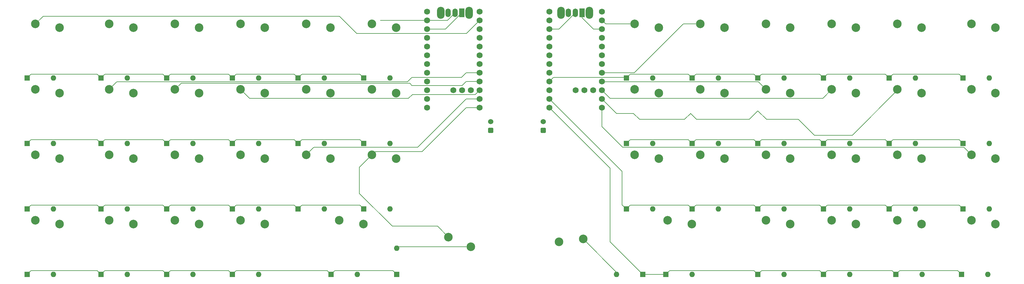
<source format=gbr>
%TF.GenerationSoftware,KiCad,Pcbnew,9.0.2+1*%
%TF.CreationDate,2025-09-15T00:12:33+02:00*%
%TF.ProjectId,first,66697273-742e-46b6-9963-61645f706362,rev?*%
%TF.SameCoordinates,Original*%
%TF.FileFunction,Copper,L1,Top*%
%TF.FilePolarity,Positive*%
%FSLAX46Y46*%
G04 Gerber Fmt 4.6, Leading zero omitted, Abs format (unit mm)*
G04 Created by KiCad (PCBNEW 9.0.2+1) date 2025-09-15 00:12:33*
%MOMM*%
%LPD*%
G01*
G04 APERTURE LIST*
G04 Aperture macros list*
%AMRoundRect*
0 Rectangle with rounded corners*
0 $1 Rounding radius*
0 $2 $3 $4 $5 $6 $7 $8 $9 X,Y pos of 4 corners*
0 Add a 4 corners polygon primitive as box body*
4,1,4,$2,$3,$4,$5,$6,$7,$8,$9,$2,$3,0*
0 Add four circle primitives for the rounded corners*
1,1,$1+$1,$2,$3*
1,1,$1+$1,$4,$5*
1,1,$1+$1,$6,$7*
1,1,$1+$1,$8,$9*
0 Add four rect primitives between the rounded corners*
20,1,$1+$1,$2,$3,$4,$5,0*
20,1,$1+$1,$4,$5,$6,$7,0*
20,1,$1+$1,$6,$7,$8,$9,0*
20,1,$1+$1,$8,$9,$2,$3,0*%
G04 Aperture macros list end*
%TA.AperFunction,ComponentPad*%
%ADD10C,1.752600*%
%TD*%
%TA.AperFunction,ComponentPad*%
%ADD11R,1.600000X1.600000*%
%TD*%
%TA.AperFunction,ComponentPad*%
%ADD12O,1.600000X1.600000*%
%TD*%
%TA.AperFunction,ComponentPad*%
%ADD13O,1.500000X2.500000*%
%TD*%
%TA.AperFunction,ComponentPad*%
%ADD14R,1.500000X2.500000*%
%TD*%
%TA.AperFunction,ComponentPad*%
%ADD15O,2.200000X3.500000*%
%TD*%
%TA.AperFunction,ComponentPad*%
%ADD16C,2.500000*%
%TD*%
%TA.AperFunction,ComponentPad*%
%ADD17C,1.524000*%
%TD*%
%TA.AperFunction,ComponentPad*%
%ADD18RoundRect,0.250000X-0.512000X0.512000X-0.512000X-0.512000X0.512000X-0.512000X0.512000X0.512000X0*%
%TD*%
%TA.AperFunction,Conductor*%
%ADD19C,0.200000*%
%TD*%
G04 APERTURE END LIST*
D10*
%TO.P,U1,1,1*%
%TO.N,unconnected-(U1-Pad1)*%
X144758750Y157020000D03*
%TO.P,U1,2,0*%
%TO.N,Col0 L*%
X144758750Y154480000D03*
%TO.P,U1,3,GND*%
%TO.N,unconnected-(U1-GND-Pad3)*%
X144758750Y151940000D03*
%TO.P,U1,4,GND*%
%TO.N,unconnected-(U1-GND-Pad4)*%
X144758750Y149400000D03*
%TO.P,U1,5,2*%
%TO.N,unconnected-(U1-2-Pad5)*%
X144758750Y146860000D03*
%TO.P,U1,6,3*%
%TO.N,unconnected-(U1-3-Pad6)*%
X144758750Y144320000D03*
%TO.P,U1,7,4*%
%TO.N,unconnected-(U1-4-Pad7)*%
X144758750Y141780000D03*
%TO.P,U1,8,5*%
%TO.N,Col1 L*%
X144758750Y139240000D03*
%TO.P,U1,9,6*%
%TO.N,Col2 L*%
X144758750Y136700000D03*
%TO.P,U1,10,7*%
%TO.N,Col3 L*%
X144758750Y134160000D03*
%TO.P,U1,11,8*%
%TO.N,Col4 L*%
X144758750Y131620000D03*
%TO.P,U1,12,9*%
%TO.N,Col5 L*%
X144758750Y129080000D03*
%TO.P,U1,13,10*%
%TO.N,raw3 L*%
X129518750Y129080000D03*
%TO.P,U1,14,16*%
%TO.N,raw2 L*%
X129518750Y131620000D03*
%TO.P,U1,15,14*%
%TO.N,raw1 L*%
X129518750Y134160000D03*
%TO.P,U1,16,15*%
%TO.N,raw0 L*%
X129518750Y136700000D03*
%TO.P,U1,17,18*%
%TO.N,unconnected-(U1-18-Pad17)*%
X129518750Y139240000D03*
%TO.P,U1,18,19*%
%TO.N,unconnected-(U1-19-Pad18)*%
X129518750Y141780000D03*
%TO.P,U1,19,20*%
%TO.N,unconnected-(U1-20-Pad19)*%
X129518750Y144320000D03*
%TO.P,U1,20,21*%
%TO.N,unconnected-(U1-21-Pad20)*%
X129518750Y146860000D03*
%TO.P,U1,21,3.3v*%
%TO.N,unconnected-(U1-3.3v-Pad21)*%
X129518750Y149400000D03*
%TO.P,U1,22,RST*%
%TO.N,Net-(U1-RST)*%
X129518750Y151940000D03*
%TO.P,U1,23,GND*%
%TO.N,GNDL*%
X129518750Y154480000D03*
%TO.P,U1,24,B+*%
%TO.N,Net-(BT1-+)*%
X129518750Y157020000D03*
%TO.P,U1,25,1*%
%TO.N,unconnected-(U1-1-Pad25)*%
X142218750Y134160000D03*
%TO.P,U1,26,2*%
%TO.N,unconnected-(U1-2-Pad26)*%
X139678750Y134160000D03*
%TO.P,U1,27,7*%
%TO.N,unconnected-(U1-7-Pad27)*%
X137138750Y134160000D03*
%TD*%
D11*
%TO.P,D36,1,K*%
%TO.N,raw2 R*%
X285020000Y99580000D03*
D12*
%TO.P,D36,2,A*%
%TO.N,Net-(D36-A)*%
X292640000Y99580000D03*
%TD*%
D13*
%TO.P,RstL1,3*%
%TO.N,N/C*%
X135638750Y156680000D03*
%TO.P,RstL1,2,2*%
%TO.N,GNDL*%
X137638750Y156680000D03*
D14*
%TO.P,RstL1,1,1*%
%TO.N,Net-(U1-RST)*%
X139638750Y156680000D03*
D15*
%TO.P,RstL1,*%
%TO.N,*%
X133538750Y156680000D03*
X141738750Y156680000D03*
%TD*%
D11*
%TO.P,D14,1,K*%
%TO.N,raw1 L*%
X34988750Y118630000D03*
D12*
%TO.P,D14,2,A*%
%TO.N,Net-(D14-A)*%
X42608750Y118630000D03*
%TD*%
D11*
%TO.P,D44,1,K*%
%TO.N,raw3 R*%
X198818750Y80530000D03*
D12*
%TO.P,D44,2,A*%
%TO.N,Net-(D44-A)*%
X206438750Y80530000D03*
%TD*%
D11*
%TO.P,D47,1,K*%
%TO.N,raw3 R*%
X265493750Y80530000D03*
D12*
%TO.P,D47,2,A*%
%TO.N,Net-(D47-A)*%
X273113750Y80530000D03*
%TD*%
D16*
%TO.P,S28,1,1*%
%TO.N,Col3 L*%
X75488750Y115330000D03*
%TO.P,S28,2,2*%
%TO.N,Net-(D28-A)*%
X82488750Y114280000D03*
%TD*%
%TO.P,S6,1,1*%
%TO.N,Col5 L*%
X113588750Y153430000D03*
%TO.P,S6,2,2*%
%TO.N,Net-(D6-A)*%
X120588750Y152380000D03*
%TD*%
D11*
%TO.P,D48,1,K*%
%TO.N,raw3 R*%
X284543750Y80530000D03*
D12*
%TO.P,D48,2,A*%
%TO.N,Net-(D48-A)*%
X292163750Y80530000D03*
%TD*%
D11*
%TO.P,D1,1,K*%
%TO.N,raw0 L*%
X13557500Y137680000D03*
D12*
%TO.P,D1,2,A*%
%TO.N,Net-(D1-A)*%
X21177500Y137680000D03*
%TD*%
D11*
%TO.P,D29,1,K*%
%TO.N,raw2 L*%
X92138750Y99580000D03*
D12*
%TO.P,D29,2,A*%
%TO.N,Net-(D29-A)*%
X99758750Y99580000D03*
%TD*%
D11*
%TO.P,D21,1,K*%
%TO.N,raw1 R*%
X225488750Y118630000D03*
D12*
%TO.P,D21,2,A*%
%TO.N,Net-(D21-A)*%
X233108750Y118630000D03*
%TD*%
D11*
%TO.P,D45,1,K*%
%TO.N,raw3 R*%
X225488750Y80530000D03*
D12*
%TO.P,D45,2,A*%
%TO.N,Net-(D45-A)*%
X233108750Y80530000D03*
%TD*%
D16*
%TO.P,S48,1,1*%
%TO.N,Col5 R*%
X287420000Y96280000D03*
%TO.P,S48,2,2*%
%TO.N,Net-(D48-A)*%
X294420000Y95230000D03*
%TD*%
D11*
%TO.P,D3,1,K*%
%TO.N,raw0 L*%
X54038750Y137680000D03*
D12*
%TO.P,D3,2,A*%
%TO.N,Net-(D3-A)*%
X61658750Y137680000D03*
%TD*%
D16*
%TO.P,S36,1,1*%
%TO.N,Col5 R*%
X287420000Y115330000D03*
%TO.P,S36,2,2*%
%TO.N,Net-(D36-A)*%
X294420000Y114280000D03*
%TD*%
%TO.P,S19,1,1*%
%TO.N,Col0 R*%
X189788750Y134380000D03*
%TO.P,S19,2,2*%
%TO.N,Net-(D19-A)*%
X196788750Y133330000D03*
%TD*%
%TO.P,S44,1,1*%
%TO.N,Col1 R*%
X199313750Y96280000D03*
%TO.P,S44,2,2*%
%TO.N,Net-(D44-A)*%
X206313750Y95230000D03*
%TD*%
D11*
%TO.P,D23,1,K*%
%TO.N,raw1 R*%
X263588750Y118630000D03*
D12*
%TO.P,D23,2,A*%
%TO.N,Net-(D23-A)*%
X271208750Y118630000D03*
%TD*%
D16*
%TO.P,S23,1,1*%
%TO.N,Col4 R*%
X265988750Y134380000D03*
%TO.P,S23,2,2*%
%TO.N,Net-(D23-A)*%
X272988750Y133330000D03*
%TD*%
D11*
%TO.P,D17,1,K*%
%TO.N,raw1 L*%
X92138750Y118630000D03*
D12*
%TO.P,D17,2,A*%
%TO.N,Net-(D17-A)*%
X99758750Y118630000D03*
%TD*%
D11*
%TO.P,D7,1,K*%
%TO.N,raw0 R*%
X187388750Y137680000D03*
D12*
%TO.P,D7,2,A*%
%TO.N,Net-(D7-A)*%
X195008750Y137680000D03*
%TD*%
D11*
%TO.P,D4,1,K*%
%TO.N,raw0 L*%
X73088750Y137680000D03*
D12*
%TO.P,D4,2,A*%
%TO.N,Net-(D4-A)*%
X80708750Y137680000D03*
%TD*%
D16*
%TO.P,S9,1,1*%
%TO.N,Col2 R*%
X227888750Y153430000D03*
%TO.P,S9,2,2*%
%TO.N,Net-(D9-A)*%
X234888750Y152380000D03*
%TD*%
D11*
%TO.P,D19,1,K*%
%TO.N,raw1 R*%
X187388750Y118630000D03*
D12*
%TO.P,D19,2,A*%
%TO.N,Net-(D19-A)*%
X195008750Y118630000D03*
%TD*%
D11*
%TO.P,D24,1,K*%
%TO.N,raw1 R*%
X285020000Y118630000D03*
D12*
%TO.P,D24,2,A*%
%TO.N,Net-(D24-A)*%
X292640000Y118630000D03*
%TD*%
D16*
%TO.P,S22,1,1*%
%TO.N,Col3 R*%
X246938750Y134380000D03*
%TO.P,S22,2,2*%
%TO.N,Net-(D22-A)*%
X253938750Y133330000D03*
%TD*%
D11*
%TO.P,D40,1,K*%
%TO.N,raw3 L*%
X73088750Y80530000D03*
D12*
%TO.P,D40,2,A*%
%TO.N,Net-(D40-A)*%
X80708750Y80530000D03*
%TD*%
D11*
%TO.P,D18,1,K*%
%TO.N,raw1 L*%
X111188750Y118630000D03*
D12*
%TO.P,D18,2,A*%
%TO.N,Net-(D18-A)*%
X118808750Y118630000D03*
%TD*%
D11*
%TO.P,D6,1,K*%
%TO.N,raw0 L*%
X111188750Y137680000D03*
D12*
%TO.P,D6,2,A*%
%TO.N,Net-(D6-A)*%
X118808750Y137680000D03*
%TD*%
D11*
%TO.P,D37,1,K*%
%TO.N,raw3 L*%
X13557500Y80530000D03*
D12*
%TO.P,D37,2,A*%
%TO.N,Net-(D37-A)*%
X21177500Y80530000D03*
%TD*%
D11*
%TO.P,D42,1,K*%
%TO.N,raw3 L*%
X120713750Y80530000D03*
D12*
%TO.P,D42,2,A*%
%TO.N,Net-(D42-A)*%
X120713750Y88150000D03*
%TD*%
D16*
%TO.P,S2,1,1*%
%TO.N,Col1 L*%
X37388750Y153430000D03*
%TO.P,S2,2,2*%
%TO.N,Net-(D2-A)*%
X44388750Y152380000D03*
%TD*%
D11*
%TO.P,D20,1,K*%
%TO.N,raw1 R*%
X206438750Y118630000D03*
D12*
%TO.P,D20,2,A*%
%TO.N,Net-(D20-A)*%
X214058750Y118630000D03*
%TD*%
D11*
%TO.P,D16,1,K*%
%TO.N,raw1 L*%
X73088750Y118630000D03*
D12*
%TO.P,D16,2,A*%
%TO.N,Net-(D16-A)*%
X80708750Y118630000D03*
%TD*%
D16*
%TO.P,S40,1,1*%
%TO.N,Col3 L*%
X75488750Y96280000D03*
%TO.P,S40,2,2*%
%TO.N,Net-(D40-A)*%
X82488750Y95230000D03*
%TD*%
%TO.P,S10,1,1*%
%TO.N,Col3 R*%
X246938750Y153430000D03*
%TO.P,S10,2,2*%
%TO.N,Net-(D10-A)*%
X253938750Y152380000D03*
%TD*%
%TO.P,S47,1,1*%
%TO.N,Col4 R*%
X265988750Y96280000D03*
%TO.P,S47,2,2*%
%TO.N,Net-(D47-A)*%
X272988750Y95230000D03*
%TD*%
%TO.P,S21,1,1*%
%TO.N,Col2 R*%
X227888750Y134380000D03*
%TO.P,S21,2,2*%
%TO.N,Net-(D21-A)*%
X234888750Y133330000D03*
%TD*%
D11*
%TO.P,D31,1,K*%
%TO.N,raw2 R*%
X187388750Y99580000D03*
D12*
%TO.P,D31,2,A*%
%TO.N,Net-(D31-A)*%
X195008750Y99580000D03*
%TD*%
D16*
%TO.P,S11,1,1*%
%TO.N,Col4 R*%
X265988750Y153430000D03*
%TO.P,S11,2,2*%
%TO.N,Net-(D11-A)*%
X272988750Y152380000D03*
%TD*%
%TO.P,S15,1,1*%
%TO.N,Col2 L*%
X56438750Y134380000D03*
%TO.P,S15,2,2*%
%TO.N,Net-(D15-A)*%
X63438750Y133330000D03*
%TD*%
D11*
%TO.P,D13,1,K*%
%TO.N,raw1 L*%
X13557500Y118630000D03*
D12*
%TO.P,D13,2,A*%
%TO.N,Net-(D13-A)*%
X21177500Y118630000D03*
%TD*%
D16*
%TO.P,S35,1,1*%
%TO.N,Col4 R*%
X265988750Y115330000D03*
%TO.P,S35,2,2*%
%TO.N,Net-(D35-A)*%
X272988750Y114280000D03*
%TD*%
%TO.P,S20,1,1*%
%TO.N,Col1 R*%
X208838750Y134380000D03*
%TO.P,S20,2,2*%
%TO.N,Net-(D20-A)*%
X215838750Y133330000D03*
%TD*%
%TO.P,S29,1,1*%
%TO.N,Col4 L*%
X94538750Y115330000D03*
%TO.P,S29,2,2*%
%TO.N,Net-(D29-A)*%
X101538750Y114280000D03*
%TD*%
%TO.P,S1,1,1*%
%TO.N,Col0 L*%
X15957500Y153430000D03*
%TO.P,S1,2,2*%
%TO.N,Net-(D1-A)*%
X22957500Y152380000D03*
%TD*%
%TO.P,S33,1,1*%
%TO.N,Col2 R*%
X227888750Y115330000D03*
%TO.P,S33,2,2*%
%TO.N,Net-(D33-A)*%
X234888750Y114280000D03*
%TD*%
D10*
%TO.P,U2,1,1*%
%TO.N,unconnected-(U2-Pad1)*%
X180283750Y157020000D03*
%TO.P,U2,2,0*%
%TO.N,Col0 R*%
X180283750Y154480000D03*
%TO.P,U2,3,GND*%
%TO.N,GNDR*%
X180283750Y151940000D03*
%TO.P,U2,4,GND*%
%TO.N,unconnected-(U2-GND-Pad4)*%
X180283750Y149400000D03*
%TO.P,U2,5,2*%
%TO.N,unconnected-(U2-2-Pad5)*%
X180283750Y146860000D03*
%TO.P,U2,6,3*%
%TO.N,unconnected-(U2-3-Pad6)*%
X180283750Y144320000D03*
%TO.P,U2,7,4*%
%TO.N,unconnected-(U2-4-Pad7)*%
X180283750Y141780000D03*
%TO.P,U2,8,5*%
%TO.N,Col1 R*%
X180283750Y139240000D03*
%TO.P,U2,9,6*%
%TO.N,Col2 R*%
X180283750Y136700000D03*
%TO.P,U2,10,7*%
%TO.N,Col3 R*%
X180283750Y134160000D03*
%TO.P,U2,11,8*%
%TO.N,Col4 R*%
X180283750Y131620000D03*
%TO.P,U2,12,9*%
%TO.N,Col5 R*%
X180283750Y129080000D03*
%TO.P,U2,13,10*%
%TO.N,raw3 R*%
X165043750Y129080000D03*
%TO.P,U2,14,16*%
%TO.N,raw2 R*%
X165043750Y131620000D03*
%TO.P,U2,15,14*%
%TO.N,raw1 R*%
X165043750Y134160000D03*
%TO.P,U2,16,15*%
%TO.N,raw0 R*%
X165043750Y136700000D03*
%TO.P,U2,17,18*%
%TO.N,unconnected-(U2-18-Pad17)*%
X165043750Y139240000D03*
%TO.P,U2,18,19*%
%TO.N,unconnected-(U2-19-Pad18)*%
X165043750Y141780000D03*
%TO.P,U2,19,20*%
%TO.N,unconnected-(U2-20-Pad19)*%
X165043750Y144320000D03*
%TO.P,U2,20,21*%
%TO.N,unconnected-(U2-21-Pad20)*%
X165043750Y146860000D03*
%TO.P,U2,21,3.3v*%
%TO.N,unconnected-(U2-3.3v-Pad21)*%
X165043750Y149400000D03*
%TO.P,U2,22,RST*%
%TO.N,Net-(U2-RST)*%
X165043750Y151940000D03*
%TO.P,U2,23,GND*%
%TO.N,unconnected-(U2-GND-Pad23)*%
X165043750Y154480000D03*
%TO.P,U2,24,B+*%
%TO.N,Net-(BT2-+)*%
X165043750Y157020000D03*
%TO.P,U2,25,1*%
%TO.N,unconnected-(U2-1-Pad25)*%
X177743750Y134160000D03*
%TO.P,U2,26,2*%
%TO.N,unconnected-(U2-2-Pad26)*%
X175203750Y134160000D03*
%TO.P,U2,27,7*%
%TO.N,unconnected-(U2-7-Pad27)*%
X172663750Y134160000D03*
%TD*%
D16*
%TO.P,S34,1,1*%
%TO.N,Col3 R*%
X246938750Y115330000D03*
%TO.P,S34,2,2*%
%TO.N,Net-(D34-A)*%
X253938750Y114280000D03*
%TD*%
%TO.P,S41,1,1*%
%TO.N,Col4 L*%
X104063750Y96280000D03*
%TO.P,S41,2,2*%
%TO.N,Net-(D41-A)*%
X111063750Y95230000D03*
%TD*%
%TO.P,S16,1,1*%
%TO.N,Col3 L*%
X75488750Y134380000D03*
%TO.P,S16,2,2*%
%TO.N,Net-(D16-A)*%
X82488750Y133330000D03*
%TD*%
%TO.P,S8,1,1*%
%TO.N,Col1 R*%
X208838750Y153430000D03*
%TO.P,S8,2,2*%
%TO.N,Net-(D8-A)*%
X215838750Y152380000D03*
%TD*%
D11*
%TO.P,D15,1,K*%
%TO.N,raw1 L*%
X54038750Y118630000D03*
D12*
%TO.P,D15,2,A*%
%TO.N,Net-(D15-A)*%
X61658750Y118630000D03*
%TD*%
D16*
%TO.P,S5,1,1*%
%TO.N,Col4 L*%
X94538750Y153430000D03*
%TO.P,S5,2,2*%
%TO.N,Net-(D5-A)*%
X101538750Y152380000D03*
%TD*%
%TO.P,S38,1,1*%
%TO.N,Col1 L*%
X37388750Y96280000D03*
%TO.P,S38,2,2*%
%TO.N,Net-(D38-A)*%
X44388750Y95230000D03*
%TD*%
D11*
%TO.P,D33,1,K*%
%TO.N,raw2 R*%
X225488750Y99580000D03*
D12*
%TO.P,D33,2,A*%
%TO.N,Net-(D33-A)*%
X233108750Y99580000D03*
%TD*%
D16*
%TO.P,S7,1,1*%
%TO.N,Col0 R*%
X189788750Y153430000D03*
%TO.P,S7,2,2*%
%TO.N,Net-(D7-A)*%
X196788750Y152380000D03*
%TD*%
%TO.P,S37,1,1*%
%TO.N,Col0 L*%
X15957500Y96280000D03*
%TO.P,S37,2,2*%
%TO.N,Net-(D37-A)*%
X22957500Y95230000D03*
%TD*%
%TO.P,S27,1,1*%
%TO.N,Col2 L*%
X56438750Y115330000D03*
%TO.P,S27,2,2*%
%TO.N,Net-(D27-A)*%
X63438750Y114280000D03*
%TD*%
D11*
%TO.P,D22,1,K*%
%TO.N,raw1 R*%
X244538750Y118630000D03*
D12*
%TO.P,D22,2,A*%
%TO.N,Net-(D22-A)*%
X252158750Y118630000D03*
%TD*%
D11*
%TO.P,D34,1,K*%
%TO.N,raw2 R*%
X244538750Y99580000D03*
D12*
%TO.P,D34,2,A*%
%TO.N,Net-(D34-A)*%
X252158750Y99580000D03*
%TD*%
D16*
%TO.P,S42,1,1*%
%TO.N,Col5 L*%
X135767010Y91416715D03*
%TO.P,S42,2,2*%
%TO.N,Net-(D42-A)*%
X142256731Y88590760D03*
%TD*%
D11*
%TO.P,D35,1,K*%
%TO.N,raw2 R*%
X263588750Y99580000D03*
D12*
%TO.P,D35,2,A*%
%TO.N,Net-(D35-A)*%
X271208750Y99580000D03*
%TD*%
D16*
%TO.P,S4,1,1*%
%TO.N,Col3 L*%
X75488750Y153430000D03*
%TO.P,S4,2,2*%
%TO.N,Net-(D4-A)*%
X82488750Y152380000D03*
%TD*%
D11*
%TO.P,D28,1,K*%
%TO.N,raw2 L*%
X73088750Y99580000D03*
D12*
%TO.P,D28,2,A*%
%TO.N,Net-(D28-A)*%
X80708750Y99580000D03*
%TD*%
D16*
%TO.P,S46,1,1*%
%TO.N,Col3 R*%
X246938750Y96280000D03*
%TO.P,S46,2,2*%
%TO.N,Net-(D46-A)*%
X253938750Y95230000D03*
%TD*%
%TO.P,S32,1,1*%
%TO.N,Col1 R*%
X208838750Y115330000D03*
%TO.P,S32,2,2*%
%TO.N,Net-(D32-A)*%
X215838750Y114280000D03*
%TD*%
D11*
%TO.P,D30,1,K*%
%TO.N,raw2 L*%
X111188750Y99580000D03*
D12*
%TO.P,D30,2,A*%
%TO.N,Net-(D30-A)*%
X118808750Y99580000D03*
%TD*%
D11*
%TO.P,D39,1,K*%
%TO.N,raw3 L*%
X54038750Y80530000D03*
D12*
%TO.P,D39,2,A*%
%TO.N,Net-(D39-A)*%
X61658750Y80530000D03*
%TD*%
D11*
%TO.P,D5,1,K*%
%TO.N,raw0 L*%
X92138750Y137680000D03*
D12*
%TO.P,D5,2,A*%
%TO.N,Net-(D5-A)*%
X99758750Y137680000D03*
%TD*%
D16*
%TO.P,S43,1,1*%
%TO.N,Col0 R*%
X167787675Y90070856D03*
%TO.P,S43,2,2*%
%TO.N,Net-(D43-A)*%
X174820916Y90868367D03*
%TD*%
%TO.P,S31,1,1*%
%TO.N,Col0 R*%
X189788750Y115330000D03*
%TO.P,S31,2,2*%
%TO.N,Net-(D31-A)*%
X196788750Y114280000D03*
%TD*%
D11*
%TO.P,D27,1,K*%
%TO.N,raw2 L*%
X54038750Y99580000D03*
D12*
%TO.P,D27,2,A*%
%TO.N,Net-(D27-A)*%
X61658750Y99580000D03*
%TD*%
D16*
%TO.P,S3,1,1*%
%TO.N,Col2 L*%
X56438750Y153430000D03*
%TO.P,S3,2,2*%
%TO.N,Net-(D3-A)*%
X63438750Y152380000D03*
%TD*%
D11*
%TO.P,D43,1,K*%
%TO.N,raw3 R*%
X192151250Y80530000D03*
D12*
%TO.P,D43,2,A*%
%TO.N,Net-(D43-A)*%
X184531250Y80530000D03*
%TD*%
D11*
%TO.P,D10,1,K*%
%TO.N,raw0 R*%
X244538750Y137680000D03*
D12*
%TO.P,D10,2,A*%
%TO.N,Net-(D10-A)*%
X252158750Y137680000D03*
%TD*%
D11*
%TO.P,D11,1,K*%
%TO.N,raw0 R*%
X263588750Y137680000D03*
D12*
%TO.P,D11,2,A*%
%TO.N,Net-(D11-A)*%
X271208750Y137680000D03*
%TD*%
D16*
%TO.P,S13,1,1*%
%TO.N,Col0 L*%
X15957500Y134380000D03*
%TO.P,S13,2,2*%
%TO.N,Net-(D13-A)*%
X22957500Y133330000D03*
%TD*%
D11*
%TO.P,D25,1,K*%
%TO.N,raw2 L*%
X13557500Y99580000D03*
D12*
%TO.P,D25,2,A*%
%TO.N,Net-(D25-A)*%
X21177500Y99580000D03*
%TD*%
D11*
%TO.P,D8,1,K*%
%TO.N,raw0 R*%
X206438750Y137680000D03*
D12*
%TO.P,D8,2,A*%
%TO.N,Net-(D8-A)*%
X214058750Y137680000D03*
%TD*%
D11*
%TO.P,D2,1,K*%
%TO.N,raw0 L*%
X34988750Y137680000D03*
D12*
%TO.P,D2,2,A*%
%TO.N,Net-(D2-A)*%
X42608750Y137680000D03*
%TD*%
D11*
%TO.P,D12,1,K*%
%TO.N,raw0 R*%
X285020000Y137680000D03*
D12*
%TO.P,D12,2,A*%
%TO.N,Net-(D12-A)*%
X292640000Y137680000D03*
%TD*%
D11*
%TO.P,D41,1,K*%
%TO.N,raw3 L*%
X101663750Y80530000D03*
D12*
%TO.P,D41,2,A*%
%TO.N,Net-(D41-A)*%
X109283750Y80530000D03*
%TD*%
D16*
%TO.P,S18,1,1*%
%TO.N,Col5 L*%
X113588750Y134380000D03*
%TO.P,S18,2,2*%
%TO.N,Net-(D18-A)*%
X120588750Y133330000D03*
%TD*%
%TO.P,S30,1,1*%
%TO.N,Col5 L*%
X113588750Y115330000D03*
%TO.P,S30,2,2*%
%TO.N,Net-(D30-A)*%
X120588750Y114280000D03*
%TD*%
D11*
%TO.P,D32,1,K*%
%TO.N,raw2 R*%
X206438750Y99580000D03*
D12*
%TO.P,D32,2,A*%
%TO.N,Net-(D32-A)*%
X214058750Y99580000D03*
%TD*%
D16*
%TO.P,S17,1,1*%
%TO.N,Col4 L*%
X94538750Y134380000D03*
%TO.P,S17,2,2*%
%TO.N,Net-(D17-A)*%
X101538750Y133330000D03*
%TD*%
D11*
%TO.P,D9,1,K*%
%TO.N,raw0 R*%
X225488750Y137680000D03*
D12*
%TO.P,D9,2,A*%
%TO.N,Net-(D9-A)*%
X233108750Y137680000D03*
%TD*%
D16*
%TO.P,S45,1,1*%
%TO.N,Col2 R*%
X227888750Y96280000D03*
%TO.P,S45,2,2*%
%TO.N,Net-(D45-A)*%
X234888750Y95230000D03*
%TD*%
%TO.P,S24,1,1*%
%TO.N,Col5 R*%
X287420000Y134380000D03*
%TO.P,S24,2,2*%
%TO.N,Net-(D24-A)*%
X294420000Y133330000D03*
%TD*%
D11*
%TO.P,D26,1,K*%
%TO.N,raw2 L*%
X34988750Y99580000D03*
D12*
%TO.P,D26,2,A*%
%TO.N,Net-(D26-A)*%
X42608750Y99580000D03*
%TD*%
D16*
%TO.P,S25,1,1*%
%TO.N,Col0 L*%
X15957500Y115330000D03*
%TO.P,S25,2,2*%
%TO.N,Net-(D25-A)*%
X22957500Y114280000D03*
%TD*%
D17*
%TO.P,BT1,1,+*%
%TO.N,Net-(BT1-+)*%
X148018750Y124980000D03*
D18*
%TO.P,BT1,2,-*%
%TO.N,GNDL*%
X148018750Y122440000D03*
%TD*%
D11*
%TO.P,D38,1,K*%
%TO.N,raw3 L*%
X34988750Y80530000D03*
D12*
%TO.P,D38,2,A*%
%TO.N,Net-(D38-A)*%
X42608750Y80530000D03*
%TD*%
D16*
%TO.P,S39,1,1*%
%TO.N,Col2 L*%
X56438750Y96280000D03*
%TO.P,S39,2,2*%
%TO.N,Net-(D39-A)*%
X63438750Y95230000D03*
%TD*%
%TO.P,S26,1,1*%
%TO.N,Col1 L*%
X37388750Y115330000D03*
%TO.P,S26,2,2*%
%TO.N,Net-(D26-A)*%
X44388750Y114280000D03*
%TD*%
D13*
%TO.P,RstR1,3*%
%TO.N,N/C*%
X170538750Y156680000D03*
%TO.P,RstR1,2,2*%
%TO.N,Net-(U2-RST)*%
X172538750Y156680000D03*
D14*
%TO.P,RstR1,1,1*%
%TO.N,GNDR*%
X174538750Y156680000D03*
D15*
%TO.P,RstR1,*%
%TO.N,*%
X168438750Y156680000D03*
X176638750Y156680000D03*
%TD*%
D16*
%TO.P,S14,1,1*%
%TO.N,Col1 L*%
X37388750Y134380000D03*
%TO.P,S14,2,2*%
%TO.N,Net-(D14-A)*%
X44388750Y133330000D03*
%TD*%
D11*
%TO.P,D46,1,K*%
%TO.N,raw3 R*%
X244538750Y80530000D03*
D12*
%TO.P,D46,2,A*%
%TO.N,Net-(D46-A)*%
X252158750Y80530000D03*
%TD*%
D16*
%TO.P,S12,1,1*%
%TO.N,Col5 R*%
X287420000Y153430000D03*
%TO.P,S12,2,2*%
%TO.N,Net-(D12-A)*%
X294420000Y152380000D03*
%TD*%
D17*
%TO.P,BT2,1,+*%
%TO.N,Net-(BT2-+)*%
X163258750Y124980000D03*
D18*
%TO.P,BT2,2,-*%
%TO.N,GNDR*%
X163258750Y122440000D03*
%TD*%
D19*
%TO.N,Col5 R*%
X285221000Y117529000D02*
X287420000Y115330000D01*
%TO.N,raw1 L*%
X92138750Y118630000D02*
X93239750Y119731000D01*
%TO.N,raw2 R*%
X187388750Y99580000D02*
X188489750Y100681000D01*
%TO.N,Col4 L*%
X126817750Y117529000D02*
X96737750Y117529000D01*
%TO.N,Col0 L*%
X104138750Y155680000D02*
X104104375Y155645625D01*
X109138750Y150680000D02*
X104138750Y155680000D01*
%TO.N,raw0 L*%
X74189750Y138781000D02*
X91037750Y138781000D01*
%TO.N,raw3 R*%
X264392750Y81631000D02*
X265493750Y80530000D01*
%TO.N,GNDL*%
X115978750Y154480000D02*
X129518750Y154480000D01*
%TO.N,Col3 R*%
X244337750Y131779000D02*
X246938750Y134380000D01*
%TO.N,Col2 L*%
X125181096Y135522700D02*
X139731450Y135522700D01*
%TO.N,raw1 R*%
X264689750Y119731000D02*
X283919000Y119731000D01*
%TO.N,Col2 L*%
X56438750Y134380000D02*
X58236750Y136178000D01*
%TO.N,raw1 R*%
X187388750Y118630000D02*
X188489750Y119731000D01*
%TO.N,Net-(U1-RST)*%
X139638750Y156680000D02*
X134898750Y151940000D01*
%TO.N,Col2 L*%
X124525796Y136178000D02*
X125181096Y135522700D01*
%TO.N,raw3 R*%
X283442750Y81631000D02*
X284543750Y80530000D01*
%TO.N,raw3 L*%
X73088750Y80530000D02*
X74189750Y81631000D01*
%TO.N,raw1 L*%
X34988750Y118630000D02*
X36089750Y119731000D01*
%TO.N,Net-(U1-RST)*%
X134898750Y151940000D02*
X129518750Y151940000D01*
%TO.N,Col0 L*%
X18173125Y155645625D02*
X18184800Y155657300D01*
%TO.N,raw0 R*%
X283919000Y138781000D02*
X285020000Y137680000D01*
%TO.N,raw3 L*%
X52937750Y81631000D02*
X54038750Y80530000D01*
%TO.N,raw2 R*%
X205337750Y100681000D02*
X206438750Y99580000D01*
%TO.N,Col0 L*%
X104104375Y155645625D02*
X18173125Y155645625D01*
%TO.N,Col1 L*%
X123882796Y136579000D02*
X125181096Y137877300D01*
X39587750Y136579000D02*
X123882796Y136579000D01*
X37388750Y134380000D02*
X39587750Y136579000D01*
X140908750Y139240000D02*
X144758750Y139240000D01*
X139546050Y137877300D02*
X140908750Y139240000D01*
%TO.N,GNDR*%
X174538750Y155230000D02*
X177828750Y151940000D01*
%TO.N,raw3 L*%
X102764750Y81631000D02*
X119612750Y81631000D01*
X74189750Y81631000D02*
X100562750Y81631000D01*
X101663750Y80530000D02*
X102764750Y81631000D01*
X14658500Y81631000D02*
X33887750Y81631000D01*
%TO.N,raw2 L*%
X55139750Y100681000D02*
X71987750Y100681000D01*
X73088750Y99580000D02*
X74189750Y100681000D01*
X74189750Y100681000D02*
X91037750Y100681000D01*
X92138750Y99580000D02*
X93239750Y100681000D01*
X110087750Y100681000D02*
X111188750Y99580000D01*
X91037750Y100681000D02*
X92138750Y99580000D01*
X33887750Y100681000D02*
X34988750Y99580000D01*
X54038750Y99580000D02*
X55139750Y100681000D01*
X34988750Y99580000D02*
X36089750Y100681000D01*
X36089750Y100681000D02*
X52937750Y100681000D01*
X13557500Y99580000D02*
X14658500Y100681000D01*
X93239750Y100681000D02*
X110087750Y100681000D01*
X14658500Y100681000D02*
X33887750Y100681000D01*
%TO.N,raw1 L*%
X93239750Y119731000D02*
X110087750Y119731000D01*
X74189750Y119731000D02*
X91037750Y119731000D01*
X33887750Y119731000D02*
X34988750Y118630000D01*
%TO.N,raw0 R*%
X166221050Y137877300D02*
X165043750Y136700000D01*
X225488750Y137680000D02*
X226589750Y138781000D01*
X188489750Y138781000D02*
X205337750Y138781000D01*
X245639750Y138781000D02*
X262487750Y138781000D01*
X243437750Y138781000D02*
X244538750Y137680000D01*
X205337750Y138781000D02*
X206438750Y137680000D01*
X262487750Y138781000D02*
X263588750Y137680000D01*
X244538750Y137680000D02*
X245639750Y138781000D01*
%TO.N,Col4 R*%
X191156050Y125654000D02*
X204254050Y125654000D01*
%TO.N,raw2 R*%
X245639750Y100681000D02*
X262487750Y100681000D01*
%TO.N,Col2 L*%
X139731450Y135522700D02*
X140908750Y136700000D01*
X58236750Y136178000D02*
X124525796Y136178000D01*
%TO.N,raw3 L*%
X13557500Y80530000D02*
X14658500Y81631000D01*
X34988750Y80530000D02*
X36089750Y81631000D01*
X55139750Y81631000D02*
X71987750Y81631000D01*
%TO.N,Col3 L*%
X143516250Y132917500D02*
X125301296Y132917500D01*
%TO.N,raw1 R*%
X205337750Y119731000D02*
X206438750Y118630000D01*
%TO.N,Col5 L*%
X132603725Y94580000D02*
X119471041Y94580000D01*
%TO.N,raw1 R*%
X263588750Y118630000D02*
X264689750Y119731000D01*
%TO.N,Col3 L*%
X144758750Y134160000D02*
X143516250Y132917500D01*
%TO.N,raw1 R*%
X226589750Y119731000D02*
X243437750Y119731000D01*
%TO.N,Col3 L*%
X124162796Y131779000D02*
X78089750Y131779000D01*
X125301296Y132917500D02*
X124162796Y131779000D01*
%TO.N,raw1 R*%
X188489750Y119731000D02*
X205337750Y119731000D01*
%TO.N,raw3 L*%
X71987750Y81631000D02*
X73088750Y80530000D01*
%TO.N,Col0 L*%
X15957500Y153430000D02*
X18173125Y155645625D01*
%TO.N,raw3 R*%
X198818750Y80530000D02*
X199919750Y81631000D01*
%TO.N,raw3 L*%
X54038750Y80530000D02*
X55139750Y81631000D01*
%TO.N,raw3 R*%
X245639750Y81631000D02*
X264392750Y81631000D01*
%TO.N,raw3 L*%
X33887750Y81631000D02*
X34988750Y80530000D01*
%TO.N,raw3 R*%
X225488750Y80530000D02*
X226589750Y81631000D01*
%TO.N,raw0 R*%
X264689750Y138781000D02*
X283919000Y138781000D01*
%TO.N,Col4 L*%
X144758750Y131620000D02*
X140908750Y131620000D01*
%TO.N,raw0 R*%
X224387750Y138781000D02*
X225488750Y137680000D01*
%TO.N,raw3 L*%
X36089750Y81631000D02*
X52937750Y81631000D01*
%TO.N,raw0 R*%
X263588750Y137680000D02*
X264689750Y138781000D01*
%TO.N,Col4 R*%
X204254050Y125654000D02*
X205997350Y127397300D01*
%TO.N,raw1 R*%
X225488750Y118630000D02*
X226589750Y119731000D01*
X283919000Y119731000D02*
X285020000Y118630000D01*
%TO.N,raw0 R*%
X226589750Y138781000D02*
X243437750Y138781000D01*
%TO.N,Col4 R*%
X237275250Y125654000D02*
X241900250Y121029000D01*
%TO.N,raw0 L*%
X34988750Y137680000D02*
X36089750Y138781000D01*
%TO.N,Col2 R*%
X225689750Y136579000D02*
X227888750Y134380000D01*
%TO.N,raw3 R*%
X192151250Y80530000D02*
X198818750Y80530000D01*
%TO.N,raw1 R*%
X262487750Y119731000D02*
X263588750Y118630000D01*
%TO.N,raw0 L*%
X71987750Y138781000D02*
X73088750Y137680000D01*
%TO.N,raw2 L*%
X52937750Y100681000D02*
X54038750Y99580000D01*
%TO.N,raw2 R*%
X264689750Y100681000D02*
X283919000Y100681000D01*
%TO.N,raw1 L*%
X54038750Y118630000D02*
X55139750Y119731000D01*
%TO.N,raw3 R*%
X224387750Y81631000D02*
X225488750Y80530000D01*
X199919750Y81631000D02*
X224387750Y81631000D01*
%TO.N,Col1 L*%
X125181096Y137877300D02*
X139546050Y137877300D01*
%TO.N,raw2 R*%
X207539750Y100681000D02*
X224387750Y100681000D01*
%TO.N,raw0 R*%
X187388750Y137680000D02*
X188489750Y138781000D01*
%TO.N,raw2 L*%
X71987750Y100681000D02*
X73088750Y99580000D01*
%TO.N,raw0 R*%
X206438750Y137680000D02*
X207539750Y138781000D01*
%TO.N,raw2 R*%
X225488750Y99580000D02*
X226589750Y100681000D01*
%TO.N,Col0 R*%
X189788750Y153430000D02*
X181333750Y153430000D01*
%TO.N,raw3 L*%
X100562750Y81631000D02*
X101663750Y80530000D01*
%TO.N,raw3 R*%
X165043750Y129080000D02*
X182626250Y111497500D01*
%TO.N,raw3 L*%
X119612750Y81631000D02*
X120713750Y80530000D01*
%TO.N,raw0 L*%
X33887750Y138781000D02*
X34988750Y137680000D01*
%TO.N,raw0 R*%
X207539750Y138781000D02*
X224387750Y138781000D01*
%TO.N,raw1 R*%
X224387750Y119731000D02*
X225488750Y118630000D01*
X244538750Y118630000D02*
X245639750Y119731000D01*
%TO.N,Col1 R*%
X189681041Y139240000D02*
X203871041Y153430000D01*
X180283750Y139240000D02*
X189681041Y139240000D01*
%TO.N,Col5 L*%
X144758750Y129080000D02*
X140908750Y129080000D01*
%TO.N,raw1 R*%
X245639750Y119731000D02*
X262487750Y119731000D01*
%TO.N,Col2 L*%
X140908750Y136700000D02*
X144758750Y136700000D01*
%TO.N,raw3 R*%
X244538750Y80530000D02*
X245639750Y81631000D01*
%TO.N,raw0 L*%
X13557500Y137680000D02*
X14658500Y138781000D01*
%TO.N,Col1 R*%
X203871041Y153430000D02*
X208838750Y153430000D01*
%TO.N,raw1 L*%
X52937750Y119731000D02*
X54038750Y118630000D01*
%TO.N,Net-(D43-A)*%
X184531250Y81158033D02*
X184531250Y80530000D01*
%TO.N,raw3 R*%
X243437750Y81631000D02*
X244538750Y80530000D01*
%TO.N,raw0 R*%
X187388750Y137680000D02*
X187191450Y137877300D01*
%TO.N,Col0 L*%
X140958750Y150680000D02*
X109138750Y150680000D01*
%TO.N,raw2 R*%
X243437750Y100681000D02*
X244538750Y99580000D01*
X186137750Y110526000D02*
X186137750Y100831000D01*
%TO.N,raw0 R*%
X187191450Y137877300D02*
X166221050Y137877300D01*
%TO.N,raw0 L*%
X110087750Y138781000D02*
X111188750Y137680000D01*
%TO.N,raw1 L*%
X55139750Y119731000D02*
X71987750Y119731000D01*
%TO.N,Col3 L*%
X78089750Y131779000D02*
X75488750Y134380000D01*
%TO.N,raw1 R*%
X243437750Y119731000D02*
X244538750Y118630000D01*
%TO.N,Col5 L*%
X119471041Y94580000D02*
X109937750Y104113291D01*
%TO.N,raw2 R*%
X186137750Y100831000D02*
X187388750Y99580000D01*
%TO.N,Col5 R*%
X180283750Y123533000D02*
X186287750Y117529000D01*
%TO.N,raw2 R*%
X165043750Y131620000D02*
X186137750Y110526000D01*
%TO.N,raw0 L*%
X92138750Y137680000D02*
X93239750Y138781000D01*
%TO.N,raw3 R*%
X266594750Y81631000D02*
X283442750Y81631000D01*
X265493750Y80530000D02*
X266594750Y81631000D01*
X182626250Y111497500D02*
X182626250Y90055000D01*
X226589750Y81631000D02*
X243437750Y81631000D01*
X182626250Y90055000D02*
X192151250Y80530000D01*
%TO.N,Col4 R*%
X184506450Y127397300D02*
X189412750Y127397300D01*
X225488750Y128155000D02*
X227989750Y125654000D01*
X227989750Y125654000D02*
X237275250Y125654000D01*
X207740650Y125654000D02*
X222987750Y125654000D01*
X265988750Y134112291D02*
X265988750Y134380000D01*
%TO.N,GNDL*%
X135438750Y154480000D02*
X129518750Y154480000D01*
%TO.N,Col4 L*%
X96737750Y117529000D02*
X94538750Y115330000D01*
%TO.N,Col3 R*%
X182664750Y131779000D02*
X244337750Y131779000D01*
%TO.N,Col4 L*%
X140908750Y131620000D02*
X126817750Y117529000D01*
%TO.N,Col3 R*%
X180283750Y134160000D02*
X182664750Y131779000D01*
%TO.N,GNDR*%
X177828750Y151940000D02*
X180283750Y151940000D01*
%TO.N,Col5 L*%
X114526250Y116267500D02*
X113588750Y115330000D01*
X135767010Y91416715D02*
X132603725Y94580000D01*
X109937750Y111679000D02*
X113588750Y115330000D01*
%TO.N,raw1 R*%
X206438750Y118630000D02*
X207539750Y119731000D01*
%TO.N,Col5 L*%
X128096250Y116267500D02*
X114526250Y116267500D01*
%TO.N,raw1 R*%
X207539750Y119731000D02*
X224387750Y119731000D01*
%TO.N,Col5 L*%
X109937750Y104113291D02*
X109937750Y111679000D01*
X140908750Y129080000D02*
X128096250Y116267500D01*
%TO.N,raw2 R*%
X244538750Y99580000D02*
X245639750Y100681000D01*
X224387750Y100681000D02*
X225488750Y99580000D01*
%TO.N,raw1 L*%
X36089750Y119731000D02*
X52937750Y119731000D01*
%TO.N,Net-(D42-A)*%
X121154510Y88590760D02*
X142256731Y88590760D01*
X120713750Y88150000D02*
X121154510Y88590760D01*
%TO.N,Net-(D43-A)*%
X174820916Y90868367D02*
X184531250Y81158033D01*
%TO.N,raw0 L*%
X73088750Y137680000D02*
X74189750Y138781000D01*
%TO.N,Col0 R*%
X181333750Y153430000D02*
X180283750Y154480000D01*
%TO.N,raw2 R*%
X188489750Y100681000D02*
X205337750Y100681000D01*
X206438750Y99580000D02*
X207539750Y100681000D01*
X263588750Y99580000D02*
X264689750Y100681000D01*
X226589750Y100681000D02*
X243437750Y100681000D01*
X262487750Y100681000D02*
X263588750Y99580000D01*
X283919000Y100681000D02*
X285020000Y99580000D01*
%TO.N,Col2 R*%
X180283750Y136700000D02*
X180404750Y136579000D01*
X180404750Y136579000D02*
X225689750Y136579000D01*
%TO.N,Col4 R*%
X252905459Y121029000D02*
X265988750Y134112291D01*
X222987750Y125654000D02*
X225488750Y128155000D01*
X205997350Y127397300D02*
X207740650Y125654000D01*
X241900250Y121029000D02*
X252905459Y121029000D01*
X180283750Y131620000D02*
X184506450Y127397300D01*
X189412750Y127397300D02*
X191156050Y125654000D01*
%TO.N,raw1 L*%
X14658500Y119731000D02*
X33887750Y119731000D01*
%TO.N,Col5 R*%
X186287750Y117529000D02*
X285221000Y117529000D01*
%TO.N,raw1 L*%
X110087750Y119731000D02*
X111188750Y118630000D01*
X71987750Y119731000D02*
X73088750Y118630000D01*
%TO.N,Col5 R*%
X180283750Y129080000D02*
X180283750Y123533000D01*
%TO.N,raw1 L*%
X91037750Y119731000D02*
X92138750Y118630000D01*
X13557500Y118630000D02*
X14658500Y119731000D01*
X73088750Y118630000D02*
X74189750Y119731000D01*
%TO.N,raw0 L*%
X91037750Y138781000D02*
X92138750Y137680000D01*
X54038750Y137680000D02*
X55139750Y138781000D01*
X52937750Y138781000D02*
X54038750Y137680000D01*
X93239750Y138781000D02*
X110087750Y138781000D01*
X36089750Y138781000D02*
X52937750Y138781000D01*
X55139750Y138781000D02*
X71987750Y138781000D01*
X14658500Y138781000D02*
X33887750Y138781000D01*
%TO.N,Net-(U2-RST)*%
X167798750Y151940000D02*
X165043750Y151940000D01*
X172538750Y156680000D02*
X167798750Y151940000D01*
%TO.N,GNDL*%
X137638750Y156680000D02*
X135438750Y154480000D01*
%TO.N,GNDR*%
X174538750Y156680000D02*
X174538750Y155230000D01*
%TO.N,Col0 L*%
X144758750Y154480000D02*
X140958750Y150680000D01*
%TD*%
M02*

</source>
